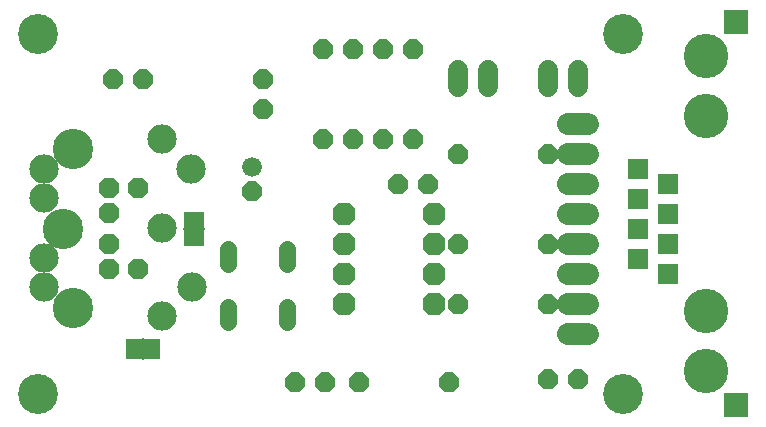
<source format=gbs>
G75*
%MOIN*%
%OFA0B0*%
%FSLAX24Y24*%
%IPPOS*%
%LPD*%
%AMOC8*
5,1,8,0,0,1.08239X$1,22.5*
%
%ADD10C,0.1330*%
%ADD11OC8,0.0660*%
%ADD12C,0.0660*%
%ADD13OC8,0.0694*%
%ADD14C,0.1346*%
%ADD15C,0.0576*%
%ADD16OC8,0.0760*%
%ADD17C,0.0980*%
%ADD18R,0.0655X0.0655*%
%ADD19C,0.1480*%
%ADD20R,0.0790X0.0790*%
%ADD21C,0.0740*%
%ADD22C,0.0660*%
%ADD23R,0.0540X0.0710*%
%ADD24R,0.0060X0.0720*%
%ADD25R,0.0710X0.0540*%
%ADD26R,0.0720X0.0060*%
D10*
X001217Y001200D03*
X020717Y001200D03*
X020717Y013200D03*
X001217Y013200D03*
D11*
X003717Y011700D03*
X004717Y011700D03*
X008717Y011700D03*
X008717Y010700D03*
X010717Y009700D03*
X011717Y009700D03*
X012717Y009700D03*
X013717Y009700D03*
X015217Y009200D03*
X014217Y008200D03*
X013217Y008200D03*
X015217Y006200D03*
X018217Y006200D03*
X018217Y004200D03*
X015217Y004200D03*
X018217Y001700D03*
X019217Y001700D03*
X014905Y001575D03*
X011905Y001575D03*
X010780Y001575D03*
X009780Y001575D03*
X008355Y007947D03*
X010717Y012700D03*
X011717Y012700D03*
X012717Y012700D03*
X013717Y012700D03*
X018217Y009200D03*
D12*
X008355Y008747D03*
D13*
X004548Y008039D03*
X003564Y008039D03*
X003564Y007212D03*
X003564Y006188D03*
X003564Y005361D03*
X004548Y005361D03*
D14*
X002387Y004060D03*
X002057Y006700D03*
X002387Y009340D03*
D15*
X007546Y006011D02*
X007546Y005514D01*
X009514Y005514D02*
X009514Y006011D01*
X009514Y004073D02*
X009514Y003577D01*
X007546Y003577D02*
X007546Y004073D01*
D16*
X011405Y004200D03*
X011405Y005200D03*
X011405Y006200D03*
X011405Y007200D03*
X014405Y007200D03*
X014405Y006200D03*
X014405Y005200D03*
X014405Y004200D03*
D17*
X006331Y004746D03*
X005335Y003774D03*
X001405Y004743D03*
X001405Y005723D03*
X001405Y007703D03*
X001405Y008683D03*
X005335Y009683D03*
X006327Y008683D03*
X005339Y006719D03*
D18*
X021217Y006700D03*
X022217Y007200D03*
X021217Y007700D03*
X022217Y008200D03*
X021217Y008700D03*
X022217Y006200D03*
X021217Y005700D03*
X022217Y005200D03*
D19*
X023467Y003950D03*
X023467Y001950D03*
X023467Y010450D03*
X023467Y012450D03*
D20*
X024467Y013580D03*
X024467Y000820D03*
D21*
X019547Y003200D02*
X018887Y003200D01*
X018887Y004200D02*
X019547Y004200D01*
X019547Y005200D02*
X018887Y005200D01*
X018887Y006200D02*
X019547Y006200D01*
X019547Y007200D02*
X018887Y007200D01*
X018887Y008200D02*
X019547Y008200D01*
X019547Y009200D02*
X018887Y009200D01*
X018887Y010200D02*
X019547Y010200D01*
D22*
X019217Y011410D02*
X019217Y011990D01*
X018217Y011990D02*
X018217Y011410D01*
X016217Y011410D02*
X016217Y011990D01*
X015217Y011990D02*
X015217Y011410D01*
D23*
X005017Y002700D03*
X004417Y002700D03*
D24*
X004717Y002700D03*
D25*
X006417Y006400D03*
X006417Y007000D03*
D26*
X006417Y006700D03*
M02*

</source>
